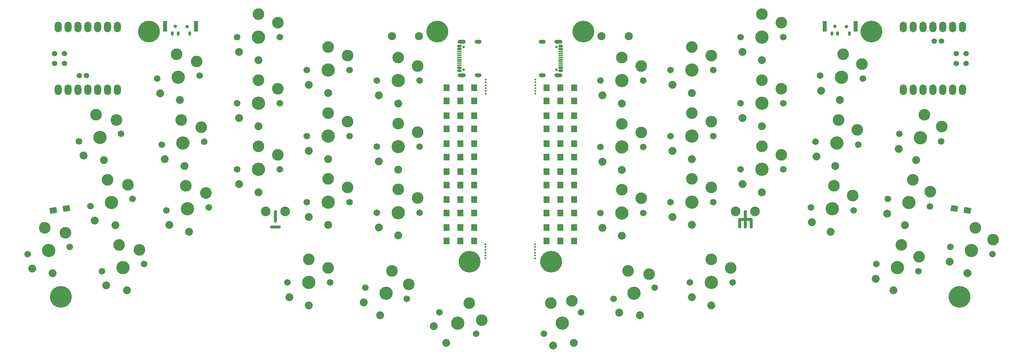
<source format=gts>
G04 #@! TF.GenerationSoftware,KiCad,Pcbnew,8.0.5*
G04 #@! TF.CreationDate,2024-10-21T12:31:17+08:00*
G04 #@! TF.ProjectId,totem_0_3_usb_c,746f7465-6d5f-4305-9f33-5f7573625f63,0.3*
G04 #@! TF.SameCoordinates,Original*
G04 #@! TF.FileFunction,Soldermask,Top*
G04 #@! TF.FilePolarity,Negative*
%FSLAX46Y46*%
G04 Gerber Fmt 4.6, Leading zero omitted, Abs format (unit mm)*
G04 Created by KiCad (PCBNEW 8.0.5) date 2024-10-21 12:31:17*
%MOMM*%
%LPD*%
G01*
G04 APERTURE LIST*
G04 Aperture macros list*
%AMRoundRect*
0 Rectangle with rounded corners*
0 $1 Rounding radius*
0 $2 $3 $4 $5 $6 $7 $8 $9 X,Y pos of 4 corners*
0 Add a 4 corners polygon primitive as box body*
4,1,4,$2,$3,$4,$5,$6,$7,$8,$9,$2,$3,0*
0 Add four circle primitives for the rounded corners*
1,1,$1+$1,$2,$3*
1,1,$1+$1,$4,$5*
1,1,$1+$1,$6,$7*
1,1,$1+$1,$8,$9*
0 Add four rect primitives between the rounded corners*
20,1,$1+$1,$2,$3,$4,$5,0*
20,1,$1+$1,$4,$5,$6,$7,0*
20,1,$1+$1,$6,$7,$8,$9,0*
20,1,$1+$1,$8,$9,$2,$3,0*%
%AMRotRect*
0 Rectangle, with rotation*
0 The origin of the aperture is its center*
0 $1 length*
0 $2 width*
0 $3 Rotation angle, in degrees counterclockwise*
0 Add horizontal line*
21,1,$1,$2,0,0,$3*%
G04 Aperture macros list end*
%ADD10C,0.750000*%
%ADD11C,1.701800*%
%ADD12C,3.000000*%
%ADD13C,3.429000*%
%ADD14C,2.032000*%
%ADD15R,1.500000X1.800000*%
%ADD16C,0.500000*%
%ADD17C,5.600000*%
%ADD18O,1.800000X2.750000*%
%ADD19C,1.397000*%
%ADD20C,2.500000*%
%ADD21C,0.650000*%
%ADD22RoundRect,0.150000X-0.425000X0.150000X-0.425000X-0.150000X0.425000X-0.150000X0.425000X0.150000X0*%
%ADD23RoundRect,0.075000X-0.500000X0.075000X-0.500000X-0.075000X0.500000X-0.075000X0.500000X0.075000X0*%
%ADD24O,2.100000X1.000000*%
%ADD25O,1.800000X1.000000*%
%ADD26C,0.900000*%
%ADD27R,0.700000X1.000000*%
%ADD28R,1.000000X2.800000*%
%ADD29C,2.100000*%
%ADD30RotRect,1.800000X1.500000X170.000000*%
%ADD31RotRect,1.800000X1.500000X10.000000*%
%ADD32RoundRect,0.150000X0.425000X-0.150000X0.425000X0.150000X-0.425000X0.150000X-0.425000X-0.150000X0*%
%ADD33RoundRect,0.075000X0.500000X-0.075000X0.500000X0.075000X-0.500000X0.075000X-0.500000X-0.075000X0*%
G04 APERTURE END LIST*
D10*
X89500000Y-99000000D02*
X89500000Y-101500000D01*
X88500000Y-103000000D02*
X90500000Y-103000000D01*
X210500000Y-99000000D02*
X210500000Y-103000000D01*
X212000000Y-101000000D02*
X212000000Y-103000000D01*
X209000000Y-101000000D02*
X209000000Y-103000000D01*
X209000000Y-101000000D02*
X212000000Y-101000000D01*
D11*
X44838180Y-114436364D03*
D12*
X49221416Y-107621693D03*
D13*
X50254623Y-113481299D03*
D12*
X54527481Y-108920029D03*
D11*
X55671066Y-112526234D03*
D14*
X51279147Y-119291665D03*
X45990447Y-118091809D03*
D15*
X162872435Y-67194348D03*
X162872435Y-70594348D03*
X137127565Y-74393348D03*
X137127565Y-77793348D03*
D11*
X92603165Y-117314348D03*
D12*
X98103165Y-111364348D03*
D13*
X98103165Y-117314348D03*
D12*
X103103165Y-113564348D03*
D11*
X103603165Y-117314348D03*
D14*
X98103165Y-123214348D03*
X93103165Y-121114348D03*
D11*
X115629205Y-99324989D03*
D12*
X121129205Y-93374989D03*
D13*
X121129205Y-99324989D03*
D12*
X126129205Y-95574989D03*
D11*
X126629205Y-99324989D03*
D14*
X121129205Y-105224989D03*
X116129205Y-103124989D03*
D11*
X59044212Y-64830392D03*
D12*
X64115763Y-58511225D03*
D13*
X64530814Y-64446731D03*
D12*
X69257047Y-60357083D03*
D11*
X70017416Y-64063070D03*
D14*
X64942377Y-70332359D03*
X59808068Y-68586257D03*
D16*
X156392565Y-107434348D03*
X156392565Y-108174348D03*
X156392565Y-108914348D03*
X156392565Y-109654348D03*
X156392565Y-110394348D03*
X156392565Y-111134348D03*
D11*
X79629229Y-71168188D03*
D12*
X85129229Y-65218188D03*
D13*
X85129229Y-71168188D03*
D12*
X90129229Y-67418188D03*
D11*
X90629229Y-71168188D03*
D14*
X85129229Y-77068188D03*
X80129229Y-74968188D03*
D11*
X173253285Y-99410067D03*
D12*
X178753285Y-93460067D03*
D13*
X178753285Y-99410067D03*
D12*
X183753285Y-95660067D03*
D11*
X184253285Y-99410067D03*
D14*
X178753285Y-105310067D03*
X173753285Y-103210067D03*
D11*
X227430087Y-97987331D03*
D12*
X233331740Y-92435486D03*
D13*
X232916689Y-98370992D03*
D12*
X238166096Y-94978909D03*
D11*
X238403291Y-98754653D03*
D14*
X232505126Y-104256620D03*
X227663794Y-101812953D03*
D17*
X139500000Y-112000000D03*
D18*
X266420000Y-51505000D03*
X263880000Y-51505000D03*
X261340000Y-51505000D03*
X258800000Y-51505000D03*
X256260000Y-51505000D03*
X253720000Y-51505000D03*
X251180000Y-51505000D03*
X251180000Y-67695000D03*
X253720000Y-67695000D03*
X256260000Y-67695000D03*
X258800000Y-67695000D03*
X261340000Y-67695000D03*
X263880000Y-67695000D03*
X266420000Y-67695000D03*
D19*
X267372000Y-58330000D03*
X267372000Y-60870000D03*
X264832000Y-58330000D03*
X264832000Y-60870000D03*
X259117000Y-55155000D03*
X261022000Y-55155000D03*
D11*
X25736122Y-110044413D03*
D12*
X30119358Y-103229742D03*
D13*
X31152565Y-109089348D03*
D12*
X35425423Y-104528078D03*
D11*
X36569008Y-108134283D03*
D14*
X32177089Y-114899714D03*
X26888389Y-113699858D03*
D20*
X213000000Y-99000000D03*
D15*
X166422435Y-103194348D03*
X166422435Y-106594348D03*
X159322435Y-81597348D03*
X159322435Y-84997348D03*
D11*
X250136122Y-79059283D03*
D12*
X256585772Y-74154742D03*
D13*
X255552565Y-80014348D03*
D12*
X261127784Y-77189560D03*
D11*
X260969008Y-80969413D03*
D14*
X254528041Y-85824714D03*
X249968663Y-82888377D03*
D20*
X92000000Y-99000000D03*
D11*
X112714973Y-118665843D03*
D12*
X119567538Y-114342089D03*
D13*
X118027565Y-120089348D03*
D12*
X123827766Y-117761221D03*
D11*
X123340157Y-121512853D03*
D14*
X116500533Y-125788310D03*
X112214423Y-122465771D03*
D11*
X79629229Y-54167968D03*
D12*
X85129229Y-48217968D03*
D13*
X85129229Y-54167968D03*
D12*
X90129229Y-50417968D03*
D11*
X90629229Y-54167968D03*
D14*
X85129229Y-60067968D03*
X80129229Y-57967968D03*
D15*
X162872435Y-88796348D03*
X162872435Y-92196348D03*
D21*
X161899000Y-56710000D03*
X161899000Y-62490000D03*
D22*
X162974000Y-56400000D03*
X162974000Y-57200000D03*
D23*
X162974000Y-58350000D03*
X162974000Y-59350000D03*
X162974000Y-59850000D03*
X162974000Y-60850000D03*
D22*
X162974000Y-62000000D03*
X162974000Y-62800000D03*
X162974000Y-62800000D03*
X162974000Y-62000000D03*
D23*
X162974000Y-61350000D03*
X162974000Y-60350000D03*
X162974000Y-58850000D03*
X162974000Y-57850000D03*
D22*
X162974000Y-57200000D03*
X162974000Y-56400000D03*
D24*
X162399000Y-55280000D03*
D25*
X158219000Y-55280000D03*
D24*
X162399000Y-63920000D03*
D25*
X158219000Y-63920000D03*
D11*
X263286122Y-108134283D03*
D12*
X269735772Y-103229742D03*
D13*
X268702565Y-109089348D03*
D12*
X274277784Y-106264560D03*
D11*
X274119008Y-110044413D03*
D14*
X267678041Y-114899714D03*
X263118663Y-111963377D03*
D17*
X34300000Y-121014348D03*
D15*
X166422435Y-67194348D03*
X166422435Y-70594348D03*
D11*
X191253205Y-96604887D03*
D12*
X196753205Y-90654887D03*
D13*
X196753205Y-96604887D03*
D12*
X201753205Y-92854887D03*
D11*
X202253205Y-96604887D03*
D14*
X196753205Y-102504887D03*
X191753205Y-100404887D03*
D15*
X140677565Y-67194348D03*
X140677565Y-70594348D03*
D26*
X63750000Y-51350000D03*
X66750000Y-51400000D03*
D27*
X67500000Y-53200000D03*
X64500000Y-53200000D03*
X63000000Y-53200000D03*
D28*
X69100000Y-51300000D03*
X61150000Y-51300000D03*
D29*
X173500000Y-53850000D03*
X180500000Y-53850000D03*
D17*
X265700000Y-121000000D03*
X243000000Y-52700000D03*
D11*
X176564973Y-121512853D03*
D12*
X180337592Y-114342089D03*
D13*
X181877565Y-120089348D03*
D12*
X185736623Y-115173031D03*
D11*
X187190157Y-118665843D03*
D14*
X183404597Y-125788310D03*
X178031448Y-125053961D03*
D30*
X267674173Y-98795202D03*
X264325827Y-98204798D03*
D11*
X158664063Y-130514348D03*
D12*
X160452203Y-122611497D03*
D13*
X163427203Y-127764348D03*
D12*
X165882330Y-122016753D03*
D11*
X168190343Y-125014348D03*
D14*
X166377203Y-132873898D03*
X160997076Y-133555245D03*
D15*
X162872435Y-81597348D03*
X162872435Y-84997348D03*
D11*
X228615963Y-81028523D03*
D12*
X234517616Y-75476678D03*
D13*
X234102565Y-81412184D03*
D12*
X239351972Y-78020101D03*
D11*
X239589167Y-81795845D03*
D14*
X233691002Y-87297812D03*
X228849670Y-84854145D03*
D11*
X173253245Y-65324549D03*
D12*
X178753245Y-59374549D03*
D13*
X178753245Y-65324549D03*
D12*
X183753245Y-61574549D03*
D11*
X184253245Y-65324549D03*
D14*
X178753245Y-71224549D03*
X173753245Y-69124549D03*
D11*
X115629205Y-65324549D03*
D12*
X121129205Y-59374549D03*
D13*
X121129205Y-65324549D03*
D12*
X126129205Y-61574549D03*
D11*
X126629205Y-65324549D03*
D14*
X121129205Y-71224549D03*
X116129205Y-69124549D03*
D11*
X97629241Y-62604447D03*
D12*
X103129241Y-56654447D03*
D13*
X103129241Y-62604447D03*
D12*
X108129241Y-58854447D03*
D11*
X108629241Y-62604447D03*
D14*
X103129241Y-68504447D03*
X98129241Y-66404447D03*
D15*
X137127565Y-103194348D03*
X137127565Y-106594348D03*
D26*
X233550000Y-51350000D03*
X236550000Y-51400000D03*
D27*
X237300000Y-53200000D03*
X234300000Y-53200000D03*
X232800000Y-53200000D03*
D28*
X238900000Y-51300000D03*
X230950000Y-51300000D03*
D11*
X60230088Y-81789200D03*
D12*
X65301639Y-75470033D03*
D13*
X65716690Y-81405539D03*
D12*
X70442923Y-77315891D03*
D11*
X71203292Y-81021878D03*
D14*
X66128253Y-87291167D03*
X60993944Y-85545065D03*
D11*
X191253205Y-79604667D03*
D12*
X196753205Y-73654667D03*
D13*
X196753205Y-79604667D03*
D12*
X201753205Y-75854667D03*
D11*
X202253205Y-79604667D03*
D14*
X196753205Y-85504667D03*
X191753205Y-83404667D03*
D11*
X97629241Y-79604667D03*
D12*
X103129241Y-73654667D03*
D13*
X103129241Y-79604667D03*
D12*
X108129241Y-75854667D03*
D11*
X108629241Y-79604667D03*
D14*
X103129241Y-85504667D03*
X98129241Y-83404667D03*
D11*
X247184063Y-95801232D03*
D12*
X253633713Y-90896691D03*
D13*
X252600506Y-96756297D03*
D12*
X258175725Y-93931509D03*
D11*
X258016949Y-97711362D03*
D14*
X251575982Y-102566663D03*
X247016604Y-99630326D03*
D15*
X137127565Y-88796348D03*
X137127565Y-92196348D03*
X137127565Y-81597348D03*
X137127565Y-84997348D03*
X159322435Y-103194348D03*
X159322435Y-106594348D03*
X162872435Y-103194348D03*
X162872435Y-106594348D03*
X133577565Y-74393348D03*
X133577565Y-77793348D03*
D11*
X61415963Y-98748009D03*
D12*
X66487514Y-92428842D03*
D13*
X66902565Y-98364348D03*
D12*
X71628798Y-94274700D03*
D11*
X72389167Y-97980687D03*
D14*
X67314128Y-104249976D03*
X62179819Y-102503874D03*
D15*
X159322435Y-67194348D03*
X159322435Y-70594348D03*
D11*
X131714425Y-125014348D03*
D12*
X139452565Y-122611497D03*
D13*
X136477565Y-127764348D03*
D12*
X142682692Y-127016753D03*
D11*
X141240705Y-130514348D03*
D14*
X133527565Y-132873898D03*
X130247438Y-128555245D03*
D17*
X57000000Y-52700000D03*
D11*
X209253165Y-71168188D03*
D12*
X214753165Y-65218188D03*
D13*
X214753165Y-71168188D03*
D12*
X219753165Y-67418188D03*
D11*
X220253165Y-71168188D03*
D14*
X214753165Y-77068188D03*
X209753165Y-74968188D03*
D16*
X143597565Y-111134348D03*
X143597565Y-110394348D03*
X143597565Y-109654348D03*
X143597565Y-108914348D03*
X143597565Y-108174348D03*
X143597565Y-107434348D03*
D15*
X162872435Y-95995348D03*
X162872435Y-99395348D03*
D20*
X208000000Y-99000000D03*
D15*
X159322435Y-88796348D03*
X159322435Y-92196348D03*
D11*
X38934066Y-80952466D03*
D12*
X43317302Y-74137795D03*
D13*
X44350509Y-79997401D03*
D12*
X48623367Y-75436131D03*
D11*
X49766952Y-79042336D03*
D14*
X45375033Y-85807767D03*
X40086333Y-84607911D03*
D15*
X166422435Y-95995348D03*
X166422435Y-99395348D03*
X133577565Y-88796348D03*
X133577565Y-92196348D03*
D11*
X209253165Y-54167968D03*
D12*
X214753165Y-48217968D03*
D13*
X214753165Y-54167968D03*
D12*
X219753165Y-50417968D03*
D11*
X220253165Y-54167968D03*
D14*
X214753165Y-60067968D03*
X209753165Y-57967968D03*
D29*
X119500000Y-53850000D03*
X126500000Y-53850000D03*
D11*
X229801838Y-64069714D03*
D12*
X235703491Y-58517869D03*
D13*
X235288440Y-64453375D03*
D12*
X240537847Y-61061292D03*
D11*
X240775042Y-64837036D03*
D14*
X234876877Y-70339003D03*
X230035545Y-67895336D03*
D11*
X244232008Y-112543180D03*
D12*
X250681658Y-107638639D03*
D13*
X249648451Y-113498245D03*
D12*
X255223670Y-110673457D03*
D11*
X255064894Y-114453310D03*
D14*
X248623927Y-119308611D03*
X244064549Y-116372274D03*
D11*
X196278165Y-117314348D03*
D12*
X201778165Y-111364348D03*
D13*
X201778165Y-117314348D03*
D12*
X206778165Y-113564348D03*
D11*
X207278165Y-117314348D03*
D14*
X201778165Y-123214348D03*
X196778165Y-121114348D03*
D31*
X32325827Y-98795202D03*
X35674173Y-98204798D03*
D15*
X140677565Y-81592348D03*
X140677565Y-84992348D03*
X133577565Y-81597348D03*
X133577565Y-84997348D03*
X159322435Y-95995348D03*
X159322435Y-99395348D03*
D11*
X209253165Y-88168408D03*
D12*
X214753165Y-82218408D03*
D13*
X214753165Y-88168408D03*
D12*
X219753165Y-84418408D03*
D11*
X220253165Y-88168408D03*
D14*
X214753165Y-94068408D03*
X209753165Y-91968408D03*
D15*
X140677565Y-95995348D03*
X140677565Y-99395348D03*
D16*
X156422565Y-65034348D03*
X156422565Y-65774348D03*
X156422565Y-66514348D03*
X156422565Y-67254348D03*
X156422565Y-67994348D03*
X156422565Y-68734348D03*
D11*
X97629241Y-96604887D03*
D12*
X103129241Y-90654887D03*
D13*
X103129241Y-96604887D03*
D12*
X108129241Y-92854887D03*
D11*
X108629241Y-96604887D03*
D14*
X103129241Y-102504887D03*
X98129241Y-100404887D03*
D15*
X140677565Y-88796348D03*
X140677565Y-92196348D03*
X133577565Y-103194348D03*
X133577565Y-106594348D03*
X137127565Y-67194348D03*
X137127565Y-70594348D03*
X133577565Y-67194348D03*
X133577565Y-70594348D03*
D20*
X87000000Y-99000000D03*
D15*
X137127565Y-95995348D03*
X137127565Y-99395348D03*
X166422435Y-81597348D03*
X166422435Y-84997348D03*
X140677565Y-103194348D03*
X140677565Y-106594348D03*
X159322435Y-74393348D03*
X159322435Y-77793348D03*
D21*
X138004000Y-62490000D03*
X138004000Y-56710000D03*
D32*
X136929000Y-62800000D03*
X136929000Y-62000000D03*
D33*
X136929000Y-60850000D03*
X136929000Y-59850000D03*
X136929000Y-59350000D03*
X136929000Y-58350000D03*
D32*
X136929000Y-57200000D03*
X136929000Y-56400000D03*
X136929000Y-56400000D03*
X136929000Y-57200000D03*
D33*
X136929000Y-57850000D03*
X136929000Y-58850000D03*
X136929000Y-60350000D03*
X136929000Y-61350000D03*
D32*
X136929000Y-62000000D03*
X136929000Y-62800000D03*
D24*
X137504000Y-63920000D03*
D25*
X141684000Y-63920000D03*
D24*
X137504000Y-55280000D03*
D25*
X141684000Y-55280000D03*
D17*
X160500000Y-112000000D03*
D15*
X140677565Y-74393348D03*
X140677565Y-77793348D03*
D11*
X115629205Y-82324769D03*
D12*
X121129205Y-76374769D03*
D13*
X121129205Y-82324769D03*
D12*
X126129205Y-78574769D03*
D11*
X126629205Y-82324769D03*
D14*
X121129205Y-88224769D03*
X116129205Y-86124769D03*
D11*
X79629229Y-88168408D03*
D12*
X85129229Y-82218408D03*
D13*
X85129229Y-88168408D03*
D12*
X90129229Y-84418408D03*
D11*
X90629229Y-88168408D03*
D14*
X85129229Y-94068408D03*
X80129229Y-91968408D03*
D11*
X41886122Y-97694413D03*
D12*
X46269358Y-90879742D03*
D13*
X47302565Y-96739348D03*
D12*
X51575423Y-92178078D03*
D11*
X52719008Y-95784283D03*
D14*
X48327089Y-102549714D03*
X43038389Y-101349858D03*
D17*
X131200000Y-52700000D03*
D15*
X166422435Y-74393348D03*
X166422435Y-77793348D03*
X166422435Y-88796348D03*
X166422435Y-92196348D03*
D11*
X191253205Y-62604447D03*
D12*
X196753205Y-56654447D03*
D13*
X196753205Y-62604447D03*
D12*
X201753205Y-58854447D03*
D11*
X202253205Y-62604447D03*
D14*
X196753205Y-68504447D03*
X191753205Y-66404447D03*
D11*
X173253285Y-82409847D03*
D12*
X178753285Y-76459847D03*
D13*
X178753285Y-82409847D03*
D12*
X183753285Y-78659847D03*
D11*
X184253285Y-82409847D03*
D14*
X178753285Y-88309847D03*
X173753285Y-86209847D03*
D15*
X133577565Y-95995348D03*
X133577565Y-99395348D03*
D16*
X143627565Y-68734348D03*
X143627565Y-67994348D03*
X143627565Y-67254348D03*
X143627565Y-66514348D03*
X143627565Y-65774348D03*
X143627565Y-65034348D03*
D18*
X33580000Y-67695000D03*
X36120000Y-67695000D03*
X38660000Y-67695000D03*
X41200000Y-67695000D03*
X43740000Y-67695000D03*
X46280000Y-67695000D03*
X48820000Y-67695000D03*
X48820000Y-51505000D03*
X46280000Y-51505000D03*
X43740000Y-51505000D03*
X41200000Y-51505000D03*
X38660000Y-51505000D03*
X36120000Y-51505000D03*
X33580000Y-51505000D03*
D19*
X32628000Y-60870000D03*
X32628000Y-58330000D03*
X35168000Y-60870000D03*
X35168000Y-58330000D03*
X40883000Y-64045000D03*
X38978000Y-64045000D03*
D17*
X168800000Y-52700000D03*
D15*
X162872435Y-74393348D03*
X162872435Y-77793348D03*
M02*

</source>
